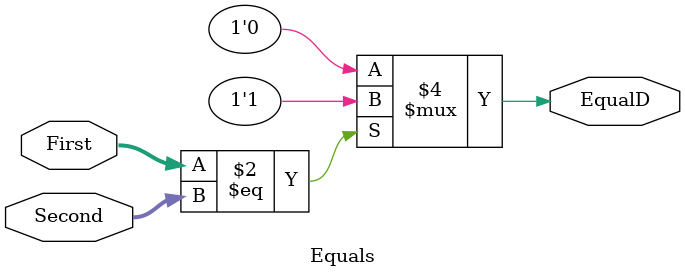
<source format=v>
`timescale 1ns / 1ps

module Equals(
    input [31:0] First,
    input [31:0] Second,
    output reg EqualD
    );
    
    always@(*) begin
        if (First == Second) begin
            EqualD <= 1'b1;
        end
        else begin
            EqualD <= 1'b0;
        end
    end
endmodule

</source>
